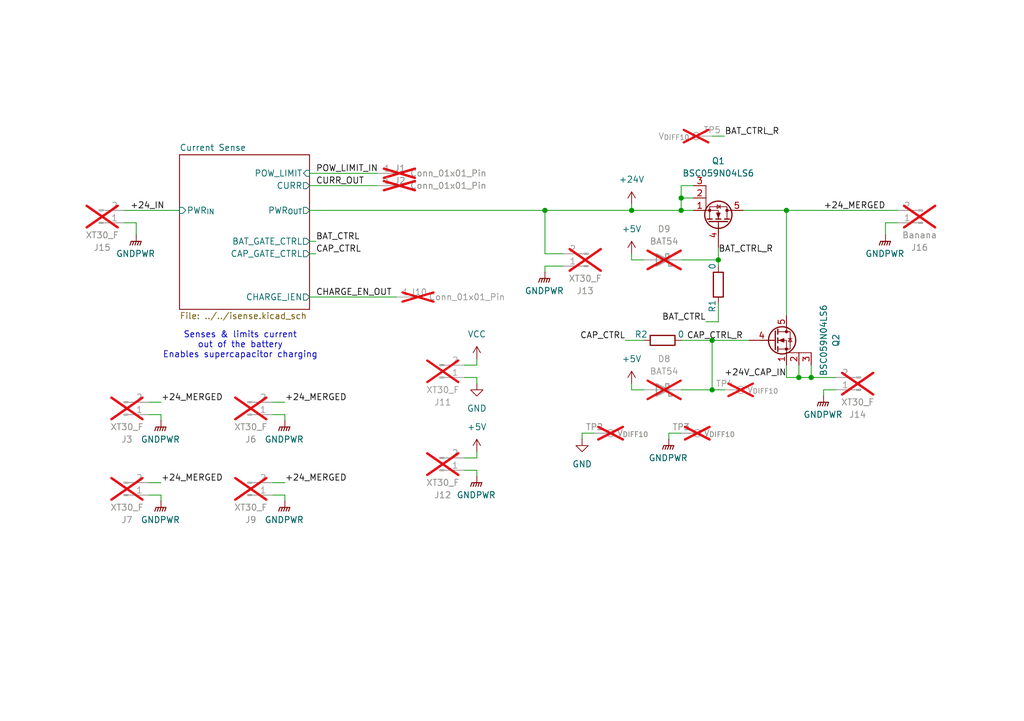
<source format=kicad_sch>
(kicad_sch (version 20250114) (generator "eeschema") (generator_version "9.0")
  (paper "A5")
  (title_block (title "Current Sense Test Board") (date "2025-05-27") (rev "1B") (company "UT Robomasters") (comment 1 "Robomasters"))
  (lib_symbols
    (symbol "Connector:Conn_01x01_Pin" (pin_names (offset 1.016) (hide yes))
      (property "Reference" "J" (at 0 2.54 0))
      (property "Value" "Conn_01x01_Pin" (at 0 -2.54 0))
      (symbol "Conn_01x01_Pin_1_1"
        (rectangle (start 0.8636 0.127) (end 0 -0.127) (stroke (width 0.1524)) (fill (type outline)))
        (polyline (pts (xy 1.27 0) (xy 0.8636 0)) (stroke (width 0.1524)))
        (pin passive line (at 5.08 0 180) (length 3.81) (name "Pin_1") (number "1"))
      )
    )
    (symbol "Connector:Conn_01x02_Pin" (pin_names (offset 1.016) (hide yes))
      (property "Reference" "J" (at 0 2.54 0))
      (property "Value" "Conn_01x02_Pin" (at 0 -5.08 0))
      (symbol "Conn_01x02_Pin_1_1"
        (rectangle (start 0.8636 0.127) (end 0 -0.127) (stroke (width 0.1524)) (fill (type outline)))
        (rectangle (start 0.8636 -2.413) (end 0 -2.667) (stroke (width 0.1524)) (fill (type outline)))
        (polyline (pts (xy 1.27 0) (xy 0.8636 0)) (stroke (width 0.1524)))
        (polyline (pts (xy 1.27 -2.54) (xy 0.8636 -2.54)) (stroke (width 0.1524)))
        (pin passive line (at 5.08 0 180) (length 3.81) (name "Pin_1") (number "1"))
        (pin passive line (at 5.08 -2.54 180) (length 3.81) (name "Pin_2") (number "2"))
      )
    )
    (symbol "Connector:TestPoint" (pin_numbers (hide yes)) (pin_names (offset 0.762) (hide yes))
      (property "Reference" "TP" (at 0 6.858 0))
      (property "Value" "TestPoint" (at 0 5.08 0))
      (symbol "TestPoint_0_1"
        (circle (center 0 3.302) (radius 0.762))
      )
      (symbol "TestPoint_1_1"
        (pin passive line (at 0 0 90) (length 2.54) (name "1") (number "1"))
      )
    )
    (symbol "D_Schottky_1" (pin_numbers (hide yes)) (pin_names (offset 1.016) (hide yes))
      (property "Reference" "D9" (at -0.3175 -6.35 0))
      (property "Value" "BAT54" (at -0.3175 -3.81 0))
      (symbol "D_Schottky_1_0_1"
        (polyline (pts (xy -1.905 0.635) (xy -1.905 1.27) (xy -1.27 1.27) (xy -1.27 -1.27) (xy -0.635 -1.27) (xy -0.635 -0.635)) (stroke (width 0.254)))
        (polyline (pts (xy 1.27 1.27) (xy 1.27 -1.27) (xy -1.27 0) (xy 1.27 1.27)) (stroke (width 0.254)))
        (polyline (pts (xy 1.27 0) (xy -1.27 0)))
      )
      (symbol "D_Schottky_1_1_1"
        (pin passive line (at -3.81 0 0) (length 2.54) (name "K") (number "1"))
        (pin passive line (at 3.81 0 180) (length 2.54) (name "A") (number "3"))
      )
    )
    (symbol "Device:D_Schottky" (pin_numbers (hide yes)) (pin_names (offset 1.016) (hide yes))
      (property "Reference" "D8" (at -0.3175 -6.35 0))
      (property "Value" "BAT54" (at -0.3175 -3.81 0))
      (symbol "D_Schottky_0_1"
        (polyline (pts (xy -1.905 0.635) (xy -1.905 1.27) (xy -1.27 1.27) (xy -1.27 -1.27) (xy -0.635 -1.27) (xy -0.635 -0.635)) (stroke (width 0.254)))
        (polyline (pts (xy 1.27 1.27) (xy 1.27 -1.27) (xy -1.27 0) (xy 1.27 1.27)) (stroke (width 0.254)))
        (polyline (pts (xy 1.27 0) (xy -1.27 0)))
      )
      (symbol "D_Schottky_1_1"
        (pin passive line (at -3.81 0 0) (length 2.54) (name "K") (number "1"))
        (pin passive line (at 3.81 0 180) (length 2.54) (name "A") (number "3"))
      )
    )
    (symbol "Device:R" (pin_numbers (hide yes)) (pin_names (offset 0))
      (property "Reference" "R" (at 2.032 0 90))
      (property "Value" "R" (at 0 0 90))
      (symbol "R_0_1"
        (rectangle (start -1.016 -2.54) (end 1.016 2.54) (stroke (width 0.254)))
      )
      (symbol "R_1_1"
        (pin passive line (at 0 3.81 270) (length 1.27) (name "~") (number "1"))
        (pin passive line (at 0 -3.81 90) (length 1.27) (name "~") (number "2"))
      )
    )
    (symbol "Transistor_FET:Q_NMOS_SGD" (pin_names (offset 0) (hide yes))
      (property "Reference" "Q4" (at 6.35 1.2701 0))
      (property "Value" "BSC059N04LS6" (at 6.35 -1.2699 0))
      (symbol "Q_NMOS_SGD_0_1"
        (polyline (pts (xy 0.254 1.905) (xy 0.254 -1.905)) (stroke (width 0.254)))
        (polyline (pts (xy 0.254 0) (xy -2.54 0)))
        (polyline (pts (xy 0.762 2.286) (xy 0.762 1.27)) (stroke (width 0.254)))
        (polyline (pts (xy 0.762 0.508) (xy 0.762 -0.508)) (stroke (width 0.254)))
        (polyline (pts (xy 0.762 -1.27) (xy 0.762 -2.286)) (stroke (width 0.254)))
        (polyline (pts (xy 0.762 -1.778) (xy 3.302 -1.778) (xy 3.302 1.778) (xy 0.762 1.778)))
        (polyline (pts (xy 1.016 0) (xy 2.032 0.381) (xy 2.032 -0.381) (xy 1.016 0)) (fill (type outline)))
        (circle (center 1.651 0) (radius 2.794) (stroke (width 0.254)))
        (polyline (pts (xy 2.54 2.54) (xy 2.54 1.778)))
        (circle (center 2.54 1.778) (radius 0.254) (fill (type outline)))
        (circle (center 2.54 -1.778) (radius 0.254) (fill (type outline)))
        (polyline (pts (xy 2.54 -2.54) (xy 2.54 0) (xy 0.762 0)))
        (polyline (pts (xy 2.921 0.381) (xy 3.683 0.381)))
        (polyline (pts (xy 3.302 0.381) (xy 2.921 -0.254) (xy 3.683 -0.254) (xy 3.302 0.381)))
        (polyline (pts (xy 7.62 -2.54) (xy 2.54 -2.54)))
      )
      (symbol "Q_NMOS_SGD_1_1"
        (pin input line (at -5.08 0 0) (length 5.08) (name "G") (number "4"))
        (pin passive line (at 2.54 5.08 270) (length 2.54) (name "D") (number "5"))
        (pin passive line (at 2.54 -5.08 90) (length 2.54) (name "S") (number "1"))
        (pin passive line (at 5.08 -5.08 90) (length 2.54) (name "S") (number "2"))
        (pin passive line (at 7.62 -5.08 90) (length 2.54) (name "S") (number "3"))
      )
    )
    (symbol "power:+24V" (power) (pin_numbers (hide yes)) (pin_names (offset 0) (hide yes))
      (property "Value" "+24V" (at 0 3.556 0))
      (symbol "+24V_0_1"
        (polyline (pts (xy -0.762 1.27) (xy 0 2.54)))
        (polyline (pts (xy 0 2.54) (xy 0.762 1.27)))
        (polyline (pts (xy 0 0) (xy 0 2.54)))
      )
      (symbol "+24V_1_1"
        (pin power_in line (at 0 0 90) (length 0) (name "~") (number "1"))
      )
    )
    (symbol "power:+5V" (power) (pin_numbers (hide yes)) (pin_names (offset 0) (hide yes))
      (property "Value" "+5V" (at 0 3.556 0))
      (symbol "+5V_0_1"
        (polyline (pts (xy -0.762 1.27) (xy 0 2.54)))
        (polyline (pts (xy 0 2.54) (xy 0.762 1.27)))
        (polyline (pts (xy 0 0) (xy 0 2.54)))
      )
      (symbol "+5V_1_1"
        (pin power_in line (at 0 0 90) (length 0) (name "~") (number "1"))
      )
    )
    (symbol "power:GND" (power) (pin_numbers (hide yes)) (pin_names (offset 0) (hide yes))
      (property "Value" "GND" (at 0 -3.81 0))
      (symbol "GND_0_1"
        (polyline (pts (xy 0 0) (xy 0 -1.27) (xy 1.27 -1.27) (xy 0 -2.54) (xy -1.27 -1.27) (xy 0 -1.27)))
      )
      (symbol "GND_1_1"
        (pin power_in line (at 0 0 270) (length 0) (name "~") (number "1"))
      )
    )
    (symbol "power:GNDPWR" (power) (pin_numbers (hide yes)) (pin_names (offset 0) (hide yes))
      (property "Value" "GNDPWR" (at 0 -3.302 0))
      (symbol "GNDPWR_0_1"
        (polyline (pts (xy -1.016 -1.27) (xy -1.27 -2.032) (xy -1.27 -2.032)) (stroke (width 0.2032)))
        (polyline (pts (xy -0.508 -1.27) (xy -0.762 -2.032) (xy -0.762 -2.032)) (stroke (width 0.2032)))
        (polyline (pts (xy 0 -1.27) (xy 0 0)))
        (polyline (pts (xy 0 -1.27) (xy -0.254 -2.032) (xy -0.254 -2.032)) (stroke (width 0.2032)))
        (polyline (pts (xy 0.508 -1.27) (xy 0.254 -2.032) (xy 0.254 -2.032)) (stroke (width 0.2032)))
        (polyline (pts (xy 1.016 -1.27) (xy -1.016 -1.27) (xy -1.016 -1.27)) (stroke (width 0.2032)))
        (polyline (pts (xy 1.016 -1.27) (xy 0.762 -2.032) (xy 0.762 -2.032) (xy 0.762 -2.032)) (stroke (width 0.2032)))
      )
      (symbol "GNDPWR_1_1"
        (pin power_in line (at 0 0 270) (length 0) (name "~") (number "1"))
      )
    )
    (symbol "power:VCC" (power) (pin_numbers (hide yes)) (pin_names (offset 0) (hide yes))
      (property "Value" "VCC" (at 0 3.556 0))
      (symbol "VCC_0_1"
        (polyline (pts (xy -0.762 1.27) (xy 0 2.54)))
        (polyline (pts (xy 0 2.54) (xy 0.762 1.27)))
        (polyline (pts (xy 0 0) (xy 0 2.54)))
      )
      (symbol "VCC_1_1"
        (pin power_in line (at 0 0 90) (length 0) (name "~") (number "1"))
      )
    )
  )
  (text "Senses & limits current\nout of the battery\nEnables supercapacitor charging" (at 49.276 68.072 0) (effects (font (size 1.27 1.27)) (justify top)))
  (junction (at 139.7 43.18))
  (junction (at 163.83 77.47))
  (junction (at 166.37 77.47))
  (junction (at 147.32 53.34))
  (junction (at 139.7 40.64))
  (junction (at 146.05 69.85))
  (junction (at 146.05 80.01))
  (junction (at 111.76 43.18))
  (junction (at 129.54 43.18))
  (junction (at 161.29 43.18))
  (wire (pts (xy 139.7 40.64) (xy 139.7 43.18)))
  (wire (pts (xy 115.57 54.61) (xy 111.76 54.61)))
  (wire (pts (xy 121.92 88.9) (xy 119.38 88.9)))
  (wire (pts (xy 63.5 43.18) (xy 111.76 43.18)))
  (wire (pts (xy 161.29 64.77) (xy 161.29 43.18)))
  (wire (pts (xy 97.79 93.98) (xy 95.25 93.98)))
  (wire (pts (xy 142.24 40.64) (xy 139.7 40.64)))
  (wire (pts (xy 163.83 74.93) (xy 163.83 77.47)))
  (wire (pts (xy 139.7 53.34) (xy 147.32 53.34)))
  (wire (pts (xy 111.76 54.61) (xy 111.76 55.88)))
  (wire (pts (xy 115.57 52.07) (xy 111.76 52.07)))
  (wire (pts (xy 30.48 99.06) (xy 33.02 99.06)))
  (wire (pts (xy 166.37 77.47) (xy 171.45 77.47)))
  (wire (pts (xy 119.38 88.9) (xy 119.38 90.17)))
  (wire (pts (xy 137.16 90.17) (xy 137.16 88.9)))
  (wire (pts (xy 168.91 80.01) (xy 168.91 81.28)))
  (wire (pts (xy 161.29 74.93) (xy 161.29 77.47)))
  (wire (pts (xy 129.54 52.07) (xy 129.54 53.34)))
  (wire (pts (xy 55.88 85.09) (xy 58.42 85.09)))
  (wire (pts (xy 129.54 53.34) (xy 132.08 53.34)))
  (wire (pts (xy 163.83 77.47) (xy 161.29 77.47)))
  (wire (pts (xy 25.4 45.72) (xy 27.94 45.72)))
  (wire (pts (xy 161.29 43.18) (xy 184.15 43.18)))
  (wire (pts (xy 97.79 73.66) (xy 97.79 74.93)))
  (wire (pts (xy 144.78 66.04) (xy 147.32 66.04)))
  (wire (pts (xy 181.61 48.26) (xy 181.61 45.72)))
  (wire (pts (xy 63.5 60.96) (xy 81.28 60.96)))
  (wire (pts (xy 139.7 38.1) (xy 139.7 40.64)))
  (wire (pts (xy 97.79 74.93) (xy 95.25 74.93)))
  (wire (pts (xy 147.32 53.34) (xy 147.32 54.61)))
  (wire (pts (xy 63.5 35.56) (xy 77.47 35.56)))
  (wire (pts (xy 146.05 80.01) (xy 146.05 69.85)))
  (wire (pts (xy 129.54 80.01) (xy 132.08 80.01)))
  (wire (pts (xy 97.79 96.52) (xy 97.79 97.79)))
  (wire (pts (xy 146.05 27.94) (xy 148.59 27.94)))
  (wire (pts (xy 63.5 38.1) (xy 77.47 38.1)))
  (wire (pts (xy 181.61 45.72) (xy 184.15 45.72)))
  (wire (pts (xy 30.48 85.09) (xy 33.02 85.09)))
  (wire (pts (xy 128.27 69.85) (xy 132.08 69.85)))
  (wire (pts (xy 129.54 41.91) (xy 129.54 43.18)))
  (wire (pts (xy 55.88 101.6) (xy 58.42 101.6)))
  (wire (pts (xy 129.54 78.74) (xy 129.54 80.01)))
  (wire (pts (xy 147.32 62.23) (xy 147.32 66.04)))
  (wire (pts (xy 137.16 88.9) (xy 139.7 88.9)))
  (wire (pts (xy 129.54 43.18) (xy 139.7 43.18)))
  (wire (pts (xy 142.24 38.1) (xy 139.7 38.1)))
  (wire (pts (xy 97.79 77.47) (xy 97.79 78.74)))
  (wire (pts (xy 58.42 85.09) (xy 58.42 86.36)))
  (wire (pts (xy 27.94 45.72) (xy 27.94 48.26)))
  (wire (pts (xy 166.37 74.93) (xy 166.37 77.47)))
  (wire (pts (xy 147.32 50.8) (xy 147.32 53.34)))
  (wire (pts (xy 146.05 80.01) (xy 148.59 80.01)))
  (wire (pts (xy 97.79 92.71) (xy 97.79 93.98)))
  (wire (pts (xy 146.05 69.85) (xy 153.67 69.85)))
  (wire (pts (xy 152.4 43.18) (xy 161.29 43.18)))
  (wire (pts (xy 55.88 99.06) (xy 58.42 99.06)))
  (wire (pts (xy 95.25 96.52) (xy 97.79 96.52)))
  (wire (pts (xy 25.4 43.18) (xy 36.83 43.18)))
  (wire (pts (xy 63.5 52.07) (xy 64.77 52.07)))
  (wire (pts (xy 33.02 101.6) (xy 33.02 102.87)))
  (wire (pts (xy 58.42 101.6) (xy 58.42 102.87)))
  (wire (pts (xy 33.02 85.09) (xy 33.02 86.36)))
  (wire (pts (xy 139.7 69.85) (xy 146.05 69.85)))
  (wire (pts (xy 171.45 80.01) (xy 168.91 80.01)))
  (wire (pts (xy 139.7 80.01) (xy 146.05 80.01)))
  (wire (pts (xy 30.48 101.6) (xy 33.02 101.6)))
  (wire (pts (xy 111.76 52.07) (xy 111.76 43.18)))
  (wire (pts (xy 63.5 49.53) (xy 64.77 49.53)))
  (wire (pts (xy 95.25 77.47) (xy 97.79 77.47)))
  (wire (pts (xy 55.88 82.55) (xy 58.42 82.55)))
  (wire (pts (xy 129.54 43.18) (xy 111.76 43.18)))
  (wire (pts (xy 30.48 82.55) (xy 33.02 82.55)))
  (wire (pts (xy 163.83 77.47) (xy 166.37 77.47)))
  (wire (pts (xy 139.7 43.18) (xy 142.24 43.18)))
  (label "BAT_CTRL_R" (at 148.59 27.94 0))
  (label "+24_MERGED" (at 58.42 82.55 0))
  (label "+24_MERGED" (at 58.42 99.06 0))
  (label "BAT_CTRL" (at 64.77 49.53 0))
  (label "CURR_OUT" (at 64.77 38.1 0))
  (label "BAT_CTRL_R" (at 147.32 52.07 0))
  (label "BAT_CTRL" (at 144.78 66.04 180))
  (label "POW_LIMIT_IN" (at 64.77 35.56 0))
  (label "+24_MERGED" (at 33.02 82.55 0))
  (label "CHARGE_EN_OUT" (at 64.77 60.96 0))
  (label "+24V_CAP_IN" (at 161.29 77.47 180))
  (label "+24_MERGED" (at 33.02 99.06 0))
  (label "CAP_CTRL_R" (at 152.4 69.85 180))
  (label "+24_MERGED" (at 181.61 43.18 180))
  (label "CAP_CTRL" (at 64.77 52.07 0))
  (label "+24_IN" (at 26.67 43.18 0))
  (label "CAP_CTRL" (at 128.27 69.85 180))
  (symbol (lib_id "power:GNDPWR") (at 27.94 48.26 0) (unit 1)
    (property "Reference" "#PWR02" (effects (hide yes)))
    (property "Value" "GNDPWR" (at 27.813 52.07 0))
    (property "Description" "Power symbol creates a global label with name \"GNDPWR\" , global ground" (effects (hide yes)))
  )
  (symbol (lib_id "Connector:Conn_01x02_Pin") (at 25.4 85.09 0) (mirror x) (unit 1) (dnp yes)
    (property "Reference" "J3" (at 26.035 90.17 0))
    (property "Value" "XT30_F" (at 26.035 87.63 0))
    (property "Footprint" "Connector_AMASS:AMASS_XT30U-F_1x02_P5.0mm_Vertical" (effects (hide yes)))
    (property "Description" "Generic connector, single row, 01x02, script generated" (effects (hide yes)))
  )
  (symbol (lib_id "Device:R") (at 135.89 69.85 90) (unit 1)
    (property "Reference" "R2" (at 132.842 69.342 90) (effects (justify left top)))
    (property "Value" "0" (at 138.938 69.342 90) (effects (justify right top)))
    (property "Footprint" "Resistor_SMD:R_0603_1608Metric_Pad0.98x0.95mm_HandSolder" (effects (hide yes)))
    (property "Description" "Resistor" (effects (hide yes)))
    (property "Mouser Part Number" "660-RK73Z1JTTDD" (effects (hide yes)))
  )
  (symbol (lib_id "Connector:Conn_01x02_Pin") (at 189.23 45.72 180) (unit 1) (dnp yes)
    (property "Reference" "J16" (at 188.595 50.8 0))
    (property "Value" "Banana" (at 188.595 48.26 0))
    (property "Footprint" "! Robomaster Connectors:RM_Banana_Jack_2Pin" (effects (hide yes)))
    (property "Description" "Generic connector, single row, 01x02, script generated" (effects (hide yes)))
  )
  (symbol (lib_id "Transistor_FET:Q_NMOS_SGD") (at 147.32 45.72 270) (mirror x) (unit 1)
    (property "Reference" "Q1" (at 147.32 33.02 90))
    (property "Value" "BSC059N04LS6" (at 147.32 35.56 90))
    (property "Footprint" "Package_SON:Infineon_PG-TDSON-8_6.15x5.15mm" (effects (hide yes)))
    (property "Datasheet" "https://www.mouser.com/datasheet/2/196/Infineon_BSC059N04LS6_DataSheet_v02_01_EN-3360636.pdf" (effects (hide yes)))
    (property "Description" "N-MOSFET transistor, source/gate/drain" (effects (hide yes)))
    (property "Mouser Part Number" "726-BSC059N04LS6ATMA" (effects (hide yes)))
  )
  (symbol (lib_id "power:GNDPWR") (at 58.42 102.87 0) (unit 1)
    (property "Reference" "#PWR08" (effects (hide yes)))
    (property "Value" "GNDPWR" (at 58.293 106.68 0))
    (property "Description" "Power symbol creates a global label with name \"GNDPWR\" , global ground" (effects (hide yes)))
  )
  (symbol (lib_id "power:+5V") (at 129.54 52.07 0) (unit 1)
    (property "Reference" "#PWR048" (effects (hide yes)))
    (property "Value" "+5V" (at 129.54 46.99 0))
    (property "Description" "Power symbol creates a global label with name \"+5V\"" (effects (hide yes)))
  )
  (symbol (lib_id "power:VCC") (at 97.79 73.66 0) (mirror y) (unit 1)
    (property "Reference" "#PWR011" (effects (hide yes)))
    (property "Value" "VCC" (at 97.79 68.58 0))
    (property "Description" "Power symbol creates a global label with name \"VCC\"" (effects (hide yes)))
  )
  (symbol (lib_id "power:GNDPWR") (at 33.02 102.87 0) (unit 1)
    (property "Reference" "#PWR07" (effects (hide yes)))
    (property "Value" "GNDPWR" (at 32.893 106.68 0))
    (property "Description" "Power symbol creates a global label with name \"GNDPWR\" , global ground" (effects (hide yes)))
  )
  (symbol (lib_id "Connector:Conn_01x02_Pin") (at 120.65 54.61 180) (unit 1) (dnp yes)
    (property "Reference" "J13" (at 120.015 59.69 0))
    (property "Value" "XT30_F" (at 120.015 57.15 0))
    (property "Footprint" "Connector_AMASS:AMASS_XT30U-F_1x02_P5.0mm_Vertical" (effects (hide yes)))
    (property "Description" "Generic connector, single row, 01x02, script generated" (effects (hide yes)))
  )
  (symbol (lib_id "Connector:Conn_01x02_Pin") (at 176.53 80.01 180) (unit 1) (dnp yes)
    (property "Reference" "J14" (at 175.895 85.09 0))
    (property "Value" "XT30_F" (at 175.895 82.55 0))
    (property "Footprint" "Connector_AMASS:AMASS_XT30U-F_1x02_P5.0mm_Vertical" (effects (hide yes)))
    (property "Description" "Generic connector, single row, 01x02, script generated" (effects (hide yes)))
  )
  (symbol (lib_id "Connector:Conn_01x01_Pin") (at 86.36 60.96 0) (mirror y) (unit 1) (dnp yes)
    (property "Reference" "J10" (at 85.852 59.944 0))
    (property "Value" "Conn_01x01_Pin" (at 87.884 60.96 0) (effects (justify right)))
    (property "Footprint" "Connector_Wire:SolderWire-2.5sqmm_1x01_D2.4mm_OD3.6mm" (effects (hide yes)))
    (property "Description" "Generic connector, single row, 01x01, script generated" (effects (hide yes)))
  )
  (symbol (lib_name "D_Schottky_1") (lib_id "Device:D_Schottky") (at 135.89 53.34 180) (unit 1) (dnp yes)
    (property "Reference" "D9" (at 136.2075 46.99 0))
    (property "Value" "BAT54" (at 136.2075 49.53 0))
    (property "Footprint" "Package_TO_SOT_SMD:SOT-23_Handsoldering" (effects (hide yes)))
    (property "Datasheet" "https://www.mouser.com/datasheet/2/1057/BAT54_SERIES-1868856.pdf" (effects (hide yes)))
    (property "Description" "Schottky diode" (effects (hide yes)))
    (property "Mouser Part Number" "241-BAT54_R1_00001" (effects (hide yes)))
  )
  (symbol (lib_id "Connector:TestPoint") (at 148.59 80.01 270) (mirror x) (unit 1) (dnp yes)
    (property "Reference" "TP4" (at 148.59 78.74 90))
    (property "Value" "V_{DIFF10}" (at 153.162 80.01 90) (effects (justify left)))
    (property "Footprint" "TestPoint:TestPoint_Pad_1.0x1.0mm" (effects (hide yes)))
    (property "Description" "test point" (effects (hide yes)))
  )
  (symbol (lib_id "Device:R") (at 147.32 58.42 180) (unit 1)
    (property "Reference" "R1" (at 146.812 61.468 90) (effects (justify left top)))
    (property "Value" "0" (at 146.812 55.372 90) (effects (justify right top)))
    (property "Footprint" "Resistor_SMD:R_0603_1608Metric_Pad0.98x0.95mm_HandSolder" (effects (hide yes)))
    (property "Description" "Resistor" (effects (hide yes)))
    (property "Mouser Part Number" "660-RK73Z1JTTDD" (effects (hide yes)))
  )
  (symbol (lib_id "power:GNDPWR") (at 181.61 48.26 0) (unit 1)
    (property "Reference" "#PWR03" (effects (hide yes)))
    (property "Value" "GNDPWR" (at 181.483 52.07 0))
    (property "Description" "Power symbol creates a global label with name \"GNDPWR\" , global ground" (effects (hide yes)))
  )
  (symbol (lib_id "Connector:TestPoint") (at 121.92 88.9 270) (mirror x) (unit 1) (dnp yes)
    (property "Reference" "TP2" (at 121.92 87.63 90))
    (property "Value" "V_{DIFF10}" (at 126.492 88.9 90) (effects (justify left)))
    (property "Footprint" "TestPoint:TestPoint_Bridge_Pitch2.0mm_Drill0.7mm" (effects (hide yes)))
    (property "Description" "test point" (effects (hide yes)))
  )
  (symbol (lib_id "power:GNDPWR") (at 58.42 86.36 0) (unit 1)
    (property "Reference" "#PWR06" (effects (hide yes)))
    (property "Value" "GNDPWR" (at 58.293 90.17 0))
    (property "Description" "Power symbol creates a global label with name \"GNDPWR\" , global ground" (effects (hide yes)))
  )
  (symbol (lib_id "Connector:Conn_01x02_Pin") (at 50.8 101.6 0) (mirror x) (unit 1) (dnp yes)
    (property "Reference" "J9" (at 51.435 106.68 0))
    (property "Value" "XT30_F" (at 51.435 104.14 0))
    (property "Footprint" "Connector_AMASS:AMASS_XT30U-F_1x02_P5.0mm_Vertical" (effects (hide yes)))
    (property "Description" "Generic connector, single row, 01x02, script generated" (effects (hide yes)))
  )
  (symbol (lib_id "power:+5V") (at 97.79 92.71 0) (unit 1)
    (property "Reference" "#PWR049" (effects (hide yes)))
    (property "Value" "+5V" (at 97.79 87.63 0))
    (property "Description" "Power symbol creates a global label with name \"+5V\"" (effects (hide yes)))
  )
  (symbol (lib_id "power:GND") (at 119.38 90.17 0) (unit 1)
    (property "Reference" "#PWR012" (effects (hide yes)))
    (property "Value" "GND" (at 119.38 95.25 0))
    (property "Description" "Power symbol creates a global label with name \"GND\" , ground" (effects (hide yes)))
  )
  (symbol (lib_id "power:+5V") (at 129.54 78.74 0) (unit 1)
    (property "Reference" "#PWR047" (effects (hide yes)))
    (property "Value" "+5V" (at 129.54 73.66 0))
    (property "Description" "Power symbol creates a global label with name \"+5V\"" (effects (hide yes)))
  )
  (symbol (lib_id "power:+24V") (at 129.54 41.91 0) (unit 1)
    (property "Reference" "#PWR01" (effects (hide yes)))
    (property "Value" "+24V" (at 129.54 36.83 0))
    (property "Description" "Power symbol creates a global label with name \"+24V\"" (effects (hide yes)))
  )
  (symbol (lib_id "Connector:Conn_01x02_Pin") (at 25.4 101.6 0) (mirror x) (unit 1) (dnp yes)
    (property "Reference" "J7" (at 26.035 106.68 0))
    (property "Value" "XT30_F" (at 26.035 104.14 0))
    (property "Footprint" "Connector_AMASS:AMASS_XT30U-F_1x02_P5.0mm_Vertical" (effects (hide yes)))
    (property "Description" "Generic connector, single row, 01x02, script generated" (effects (hide yes)))
  )
  (symbol (lib_id "Connector:Conn_01x02_Pin") (at 90.17 77.47 0) (mirror x) (unit 1) (dnp yes)
    (property "Reference" "J11" (at 90.805 82.55 0))
    (property "Value" "XT30_F" (at 90.805 80.01 0))
    (property "Footprint" "Connector_AMASS:AMASS_XT30U-F_1x02_P5.0mm_Vertical" (effects (hide yes)))
    (property "Description" "Generic connector, single row, 01x02, script generated" (effects (hide yes)))
  )
  (symbol (lib_id "power:GNDPWR") (at 168.91 81.28 0) (unit 1)
    (property "Reference" "#PWR014" (effects (hide yes)))
    (property "Value" "GNDPWR" (at 168.783 85.09 0))
    (property "Description" "Power symbol creates a global label with name \"GNDPWR\" , global ground" (effects (hide yes)))
  )
  (symbol (lib_id "power:GNDPWR") (at 33.02 86.36 0) (unit 1)
    (property "Reference" "#PWR04" (effects (hide yes)))
    (property "Value" "GNDPWR" (at 32.893 90.17 0))
    (property "Description" "Power symbol creates a global label with name \"GNDPWR\" , global ground" (effects (hide yes)))
  )
  (symbol (lib_id "Connector:Conn_01x02_Pin") (at 50.8 85.09 0) (mirror x) (unit 1) (dnp yes)
    (property "Reference" "J6" (at 51.435 90.17 0))
    (property "Value" "XT30_F" (at 51.435 87.63 0))
    (property "Footprint" "Connector_AMASS:AMASS_XT30U-F_1x02_P5.0mm_Vertical" (effects (hide yes)))
    (property "Description" "Generic connector, single row, 01x02, script generated" (effects (hide yes)))
  )
  (symbol (lib_id "power:GND") (at 97.79 78.74 0) (unit 1)
    (property "Reference" "#PWR09" (effects (hide yes)))
    (property "Value" "GND" (at 97.79 83.82 0))
    (property "Description" "Power symbol creates a global label with name \"GND\" , ground" (effects (hide yes)))
  )
  (symbol (lib_id "Device:D_Schottky") (at 135.89 80.01 180) (unit 1) (dnp yes)
    (property "Reference" "D8" (at 136.2075 73.66 0))
    (property "Value" "BAT54" (at 136.2075 76.2 0))
    (property "Footprint" "Package_TO_SOT_SMD:SOT-23_Handsoldering" (effects (hide yes)))
    (property "Datasheet" "https://www.mouser.com/datasheet/2/1057/BAT54_SERIES-1868856.pdf" (effects (hide yes)))
    (property "Description" "Schottky diode" (effects (hide yes)))
    (property "Mouser Part Number" "241-BAT54_R1_00001" (effects (hide yes)))
  )
  (symbol (lib_id "Connector:TestPoint") (at 146.05 27.94 90) (unit 1) (dnp yes)
    (property "Reference" "TP5" (at 146.05 26.67 90))
    (property "Value" "V_{DIFF10}" (at 141.478 27.94 90) (effects (justify left)))
    (property "Footprint" "TestPoint:TestPoint_Pad_1.0x1.0mm" (effects (hide yes)))
    (property "Description" "test point" (effects (hide yes)))
  )
  (symbol (lib_id "power:GNDPWR") (at 97.79 97.79 0) (unit 1)
    (property "Reference" "#PWR010" (effects (hide yes)))
    (property "Value" "GNDPWR" (at 97.663 101.6 0))
    (property "Description" "Power symbol creates a global label with name \"GNDPWR\" , global ground" (effects (hide yes)))
  )
  (symbol (lib_id "Connector:TestPoint") (at 139.7 88.9 270) (mirror x) (unit 1) (dnp yes)
    (property "Reference" "TP3" (at 139.7 87.63 90))
    (property "Value" "V_{DIFF10}" (at 144.272 88.9 90) (effects (justify left)))
    (property "Footprint" "TestPoint:TestPoint_Bridge_Pitch2.0mm_Drill0.7mm" (effects (hide yes)))
    (property "Description" "test point" (effects (hide yes)))
  )
  (symbol (lib_id "power:GNDPWR") (at 111.76 55.88 0) (unit 1)
    (property "Reference" "#PWR05" (effects (hide yes)))
    (property "Value" "GNDPWR" (at 111.633 59.69 0))
    (property "Description" "Power symbol creates a global label with name \"GNDPWR\" , global ground" (effects (hide yes)))
  )
  (symbol (lib_id "Connector:Conn_01x02_Pin") (at 90.17 96.52 0) (mirror x) (unit 1) (dnp yes)
    (property "Reference" "J12" (at 90.805 101.6 0))
    (property "Value" "XT30_F" (at 90.805 99.06 0))
    (property "Footprint" "Connector_AMASS:AMASS_XT30U-F_1x02_P5.0mm_Vertical" (effects (hide yes)))
    (property "Description" "Generic connector, single row, 01x02, script generated" (effects (hide yes)))
  )
  (symbol (lib_id "Transistor_FET:Q_NMOS_SGD") (at 158.75 69.85 0) (unit 1)
    (property "Reference" "Q2" (at 171.45 69.85 90))
    (property "Value" "BSC059N04LS6" (at 168.91 69.85 90))
    (property "Footprint" "Package_SON:Infineon_PG-TDSON-8_6.15x5.15mm" (effects (hide yes)))
    (property "Datasheet" "https://www.mouser.com/datasheet/2/196/Infineon_BSC059N04LS6_DataSheet_v02_01_EN-3360636.pdf" (effects (hide yes)))
    (property "Description" "N-MOSFET transistor, source/gate/drain" (effects (hide yes)))
    (property "Mouser Part Number" "726-BSC059N04LS6ATMA" (effects (hide yes)))
  )
  (symbol (lib_id "Connector:Conn_01x01_Pin") (at 82.55 38.1 0) (mirror y) (unit 1) (dnp yes)
    (property "Reference" "J2" (at 82.042 37.084 0))
    (property "Value" "Conn_01x01_Pin" (at 84.074 38.1 0) (effects (justify right)))
    (property "Footprint" "Connector_Wire:SolderWire-2.5sqmm_1x01_D2.4mm_OD3.6mm" (effects (hide yes)))
    (property "Description" "Generic connector, single row, 01x01, script generated" (effects (hide yes)))
  )
  (symbol (lib_id "Connector:Conn_01x02_Pin") (at 20.32 45.72 0) (mirror x) (unit 1) (dnp yes)
    (property "Reference" "J15" (at 20.955 50.8 0))
    (property "Value" "XT30_F" (at 20.955 48.26 0))
    (property "Footprint" "Connector_AMASS:AMASS_XT30U-F_1x02_P5.0mm_Vertical" (effects (hide yes)))
    (property "Description" "Generic connector, single row, 01x02, script generated" (effects (hide yes)))
  )
  (symbol (lib_id "power:GNDPWR") (at 137.16 90.17 0) (unit 1)
    (property "Reference" "#PWR013" (effects (hide yes)))
    (property "Value" "GNDPWR" (at 137.033 93.98 0))
    (property "Description" "Power symbol creates a global label with name \"GNDPWR\" , global ground" (effects (hide yes)))
  )
  (symbol (lib_id "Connector:Conn_01x01_Pin") (at 82.55 35.56 0) (mirror y) (unit 1) (dnp yes)
    (property "Reference" "J1" (at 82.042 34.544 0))
    (property "Value" "Conn_01x01_Pin" (at 84.074 35.56 0) (effects (justify right)))
    (property "Footprint" "Connector_Wire:SolderWire-2.5sqmm_1x01_D2.4mm_OD3.6mm" (effects (hide yes)))
    (property "Description" "Generic connector, single row, 01x01, script generated" (effects (hide yes)))
  )
  (sheet (at 36.83 31.75) (size 26.67 31.75) (stroke (width 0.1524))
    (property "Sheetname" "Current Sense" (at 36.83 31.0384 0) (effects (justify left bottom)))
    (property "Sheetfile" "../../isense.kicad_sch" (at 36.83 64.0846 0) (effects (justify left top)))
    (pin "PWR_{OUT}" output (at 63.5 43.18 0))
    (pin "PWR_{IN}" input (at 36.83 43.18 180))
    (pin "CURR" output (at 63.5 38.1 0))
    (pin "POW_LIMIT" input (at 63.5 35.56 0))
    (pin "CAP_GATE_CTRL" output (at 63.5 52.07 0))
    (pin "BAT_GATE_CTRL" output (at 63.5 49.53 0))
    (pin "CHARGE_IEN" output (at 63.5 60.96 0))
  )
)
</source>
